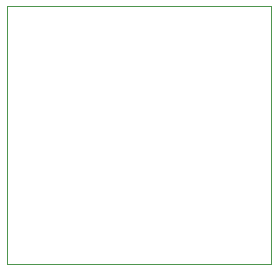
<source format=gbr>
G04 #@! TF.GenerationSoftware,KiCad,Pcbnew,(5.1.8)-1*
G04 #@! TF.CreationDate,2022-06-12T13:47:46-06:00*
G04 #@! TF.ProjectId,USB Adapter,55534220-4164-4617-9074-65722e6b6963,rev?*
G04 #@! TF.SameCoordinates,Original*
G04 #@! TF.FileFunction,Profile,NP*
%FSLAX46Y46*%
G04 Gerber Fmt 4.6, Leading zero omitted, Abs format (unit mm)*
G04 Created by KiCad (PCBNEW (5.1.8)-1) date 2022-06-12 13:47:46*
%MOMM*%
%LPD*%
G01*
G04 APERTURE LIST*
G04 #@! TA.AperFunction,Profile*
%ADD10C,0.050000*%
G04 #@! TD*
G04 APERTURE END LIST*
D10*
X155956000Y-79248000D02*
X155956000Y-101092000D01*
X133604000Y-79248000D02*
X155956000Y-79248000D01*
X133604000Y-101092000D02*
X133604000Y-79248000D01*
X133604000Y-101092000D02*
X155956000Y-101092000D01*
M02*

</source>
